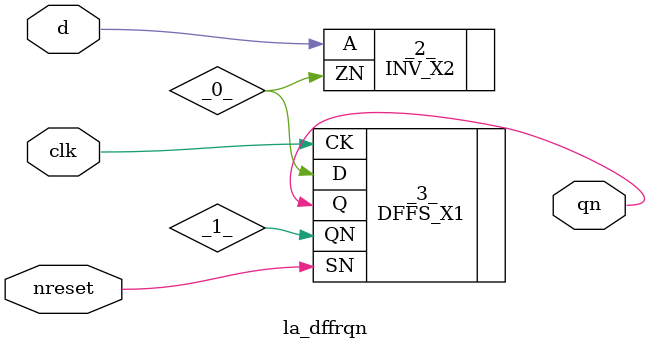
<source format=v>

/* Generated by Yosys 0.44 (git sha1 80ba43d26, g++ 11.4.0-1ubuntu1~22.04 -fPIC -O3) */

(* top =  1  *)
(* src = "generated" *)
module la_dffrqn (
    d,
    clk,
    nreset,
    qn
);
  (* src = "generated" *)
  wire _0_;
  (* unused_bits = "0" *)
  wire _1_;
  (* src = "generated" *)
  input clk;
  wire clk;
  (* src = "generated" *)
  input d;
  wire d;
  (* src = "generated" *)
  input nreset;
  wire nreset;
  (* src = "generated" *)
  output qn;
  wire qn;
  INV_X2 _2_ (
      .A (d),
      .ZN(_0_)
  );
  (* src = "generated" *)
  DFFS_X1 _3_ (
      .CK(clk),
      .D (_0_),
      .Q (qn),
      .QN(_1_),
      .SN(nreset)
  );
endmodule

</source>
